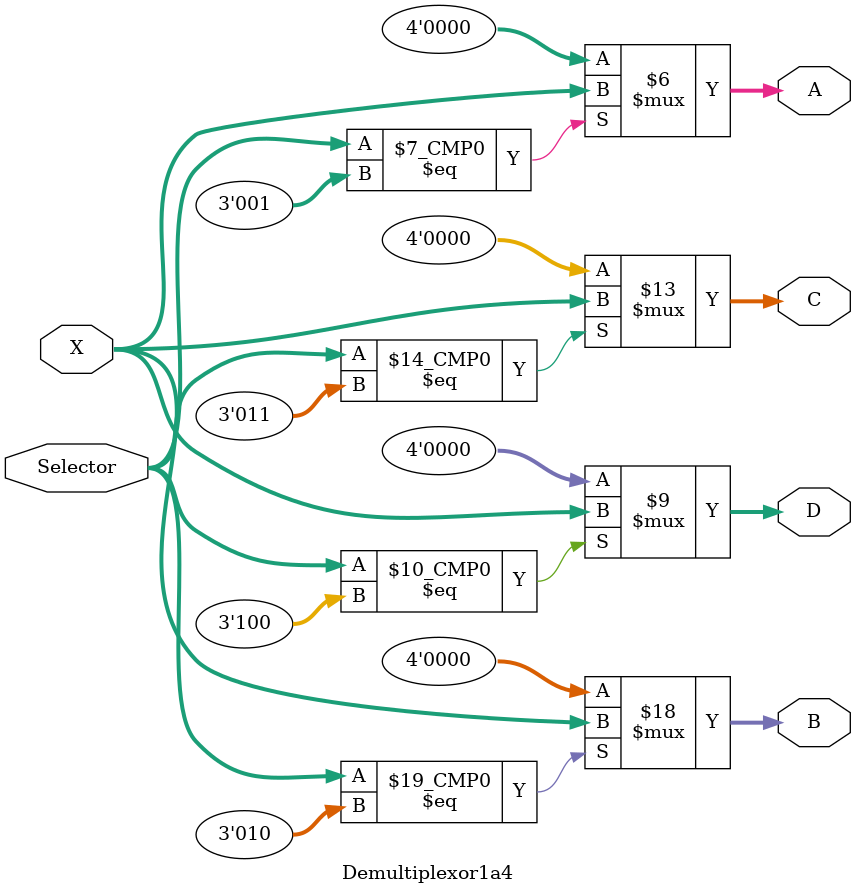
<source format=v>
/*
							**** DEMULTIPLEXOR 1 A 4 ****
		El presente código verilog implementa el diseño del módulo Demultiplexor 1 a 4
		1 entrada y 4 salidas con un acho de 4 bits:
		El módulo consta ademas del Selector de 3 bits el cual cuyos valores determinarán la salida
		que será asignada el valor de entrada.
		NOTA:
		Apesar que solo se necesitan 2 bits para las combinaciones 1 para cada entrada en este caso
		se implementa el Selector de 3 bits a fin de evaluar mas casos de prueba y verificar que funcione
		correctamente el código.
*/
//Definición del módulo y su lista de puertos 
module Demultiplexor1a4(
	input [3:0] X,
	input [2:0] Selector,
	output reg [3:0] A,
	output reg [3:0] B,
	output reg [3:0] C,
	output reg [3:0] D
);
//Definición de constantes
	localparam SALIDA1 = 3'b001;
	localparam SALIDA2 = 3'b010;
	localparam SALIDA3 = 3'b011;
	localparam SALIDA4 = 3'b100;
	localparam DEFECTO = 4'b0000;
	
	//Lista sensitiva con todas las señales
	always@(*) begin
		A = DEFECTO; B = DEFECTO; //Evitar latches
		C = DEFECTO; D = DEFECTO;
		
		case(Selector) //Case que evalua los valores del selector y asigna a las salidas
				SALIDA1: A = X;
				SALIDA2: B = X;
				SALIDA3: C = X;
				SALIDA4: D = X;
				default: begin
					A = DEFECTO; B = DEFECTO;
					C = DEFECTO; D = DEFECTO;
				end
		endcase
	end
	
endmodule // Fin del módulo

</source>
